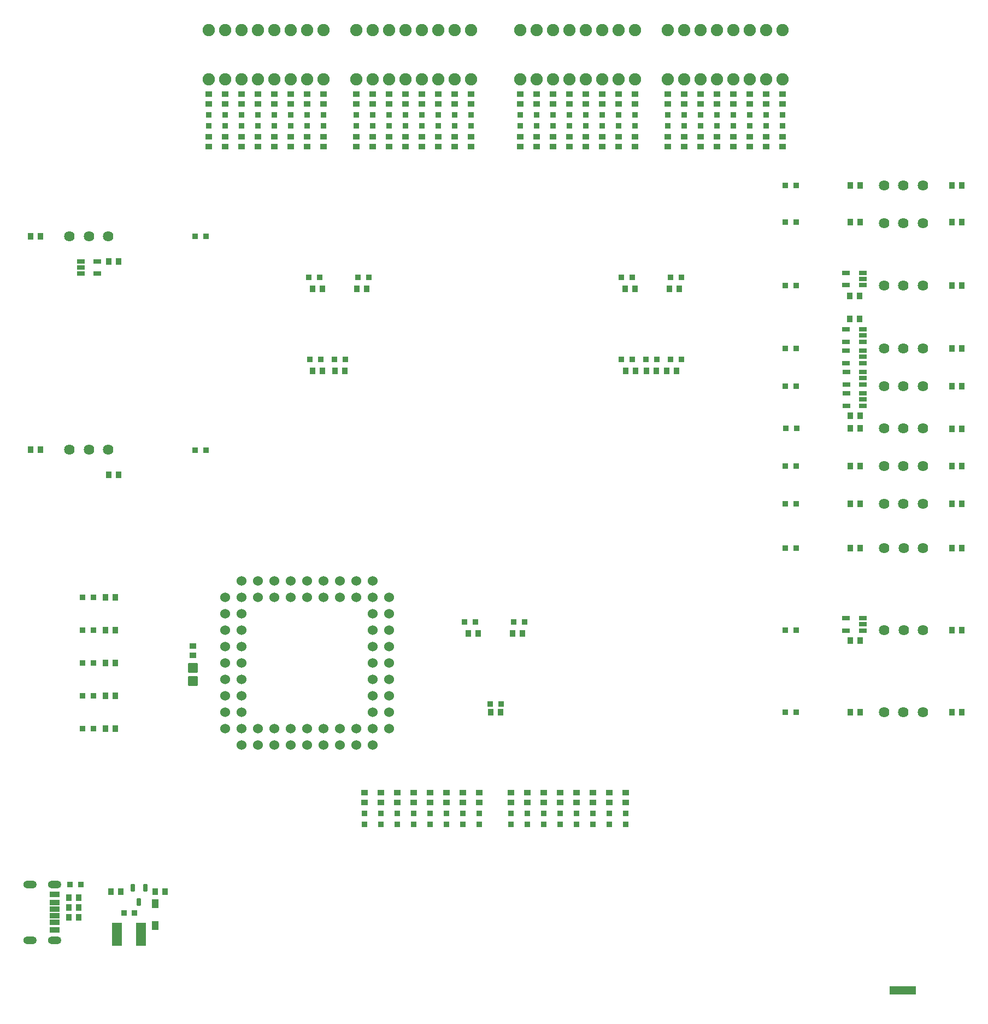
<source format=gts>
G04 Layer: TopSolderMaskLayer*
G04 EasyEDA v6.5.34, 2023-08-24 09:47:34*
G04 6bd15eb49b25482d8031a451c7c5e20c,5a6b42c53f6a479593ecc07194224c93,10*
G04 Gerber Generator version 0.2*
G04 Scale: 100 percent, Rotated: No, Reflected: No *
G04 Dimensions in millimeters *
G04 leading zeros omitted , absolute positions ,4 integer and 5 decimal *
%FSLAX45Y45*%
%MOMM*%

%AMMACRO1*1,1,$1,$2,$3*1,1,$1,$4,$5*1,1,$1,0-$2,0-$3*1,1,$1,0-$4,0-$5*20,1,$1,$2,$3,$4,$5,0*20,1,$1,$4,$5,0-$2,0-$3,0*20,1,$1,0-$2,0-$3,0-$4,0-$5,0*20,1,$1,0-$4,0-$5,$2,$3,0*4,1,4,$2,$3,$4,$5,0-$2,0-$3,0-$4,0-$5,$2,$3,0*%
%ADD10MACRO1,0.1016X-0.4032X-0.432X-0.4032X0.432*%
%ADD11MACRO1,0.1016X0.4032X-0.432X0.4032X0.432*%
%ADD12MACRO1,0.1016X0.475X0.6X0.475X-0.6*%
%ADD13MACRO1,0.1016X-0.45X-0.4X-0.45X0.4*%
%ADD14MACRO1,0.1016X-0.5X0.3X0.5X0.3*%
%ADD15MACRO1,0.1016X0.5X-0.3X-0.5X-0.3*%
%ADD16MACRO1,0.1016X-0.4X-0.4X-0.4X0.4*%
%ADD17MACRO1,0.1016X0.7X0.4X0.7X-0.4*%
%ADD18O,2.1015960000000002X1.2015978000000003*%
%ADD19MACRO1,0.1016X0.266X0.5188X-0.266X0.5188*%
%ADD20MACRO1,0.1016X-0.7033X-1.7496X-0.7033X1.7496*%
%ADD21MACRO1,0.1016X0.7033X-1.7496X0.7033X1.7496*%
%ADD22MACRO1,0.1016X0.4032X0.432X0.4032X-0.432*%
%ADD23MACRO1,0.1016X-0.4032X0.432X-0.4032X-0.432*%
%ADD24MACRO1,0.1016X0.4X0.4X0.4X-0.4*%
%ADD25MACRO1,0.1016X0.675X-0.705X-0.675X-0.705*%
%ADD26MACRO1,0.1016X0.675X0.705X-0.675X0.705*%
%ADD27MACRO1,0.1016X-0.432X0.4032X0.432X0.4032*%
%ADD28MACRO1,0.1016X-0.432X-0.4032X0.432X-0.4032*%
%ADD29MACRO1,0.1016X0.4X-0.4X-0.4X-0.4*%
%ADD30MACRO1,0.1016X0.432X-0.4032X-0.432X-0.4032*%
%ADD31MACRO1,0.1016X0.432X0.4032X-0.432X0.4032*%
%ADD32C,1.9016*%
%ADD33C,1.5240*%
%ADD34C,1.6256*%
%ADD35C,0.0179*%

%LPD*%
D10*
G01*
X13067424Y-6972300D03*
D11*
G01*
X12916775Y-6972300D03*
D10*
G01*
X13067424Y-4432300D03*
D11*
G01*
X12916775Y-4432300D03*
D10*
G01*
X13067424Y1181099D03*
D11*
G01*
X12916775Y1181099D03*
D10*
G01*
X13067424Y609599D03*
D11*
G01*
X12916775Y609599D03*
D12*
G01*
X571499Y-10279202D03*
G01*
X571499Y-9939197D03*
D13*
G01*
X1155699Y-5949800D03*
G01*
X1155699Y-6089799D03*
D14*
G01*
X11274590Y-1237996D03*
G01*
X11274590Y-1048003D03*
G01*
X11534609Y-1048003D03*
G01*
X11534609Y-1143000D03*
G01*
X11534609Y-1237996D03*
G01*
X11274590Y-1568196D03*
G01*
X11274590Y-1378203D03*
G01*
X11534609Y-1378203D03*
G01*
X11534609Y-1473200D03*
G01*
X11534609Y-1568196D03*
D15*
G01*
X-326326Y6096D03*
G01*
X-326326Y-183896D03*
G01*
X-586346Y-183896D03*
G01*
X-586346Y-88900D03*
G01*
X-586346Y6096D03*
D10*
G01*
X8686788Y-419100D03*
D11*
G01*
X8536138Y-419100D03*
D10*
G01*
X3848088Y-419100D03*
D11*
G01*
X3697438Y-419100D03*
D10*
G01*
X3162288Y-1689100D03*
D11*
G01*
X3011638Y-1689100D03*
D14*
G01*
X11274590Y-5708396D03*
G01*
X11274590Y-5518404D03*
G01*
X11534609Y-5518404D03*
G01*
X11534609Y-5613400D03*
G01*
X11534609Y-5708396D03*
D10*
G01*
X5575301Y-5753097D03*
D11*
G01*
X5424651Y-5753097D03*
D10*
G01*
X6261101Y-5753097D03*
D11*
G01*
X6110451Y-5753097D03*
D14*
G01*
X11275453Y-1898396D03*
G01*
X11275453Y-1708403D03*
G01*
X11535473Y-1708403D03*
G01*
X11535473Y-1803400D03*
G01*
X11535473Y-1898396D03*
G01*
X11274590Y-361696D03*
G01*
X11274590Y-171703D03*
G01*
X11534609Y-171703D03*
G01*
X11534609Y-266700D03*
G01*
X11534609Y-361696D03*
D10*
G01*
X8648688Y-1689100D03*
D11*
G01*
X8498038Y-1689100D03*
D10*
G01*
X3162288Y-419100D03*
D11*
G01*
X3011638Y-419100D03*
D10*
G01*
X8013688Y-1689100D03*
D11*
G01*
X7863038Y-1689100D03*
D10*
G01*
X3505188Y-1689100D03*
D11*
G01*
X3354538Y-1689100D03*
D14*
G01*
X11275453Y-2228596D03*
G01*
X11275453Y-2038603D03*
G01*
X11535473Y-2038603D03*
G01*
X11535473Y-2133600D03*
G01*
X11535473Y-2228596D03*
D10*
G01*
X8331188Y-1689100D03*
D11*
G01*
X8180538Y-1689100D03*
D10*
G01*
X8000988Y-419100D03*
D11*
G01*
X7850338Y-419100D03*
D16*
G01*
X-582307Y-9639297D03*
G01*
X-752487Y-9639297D03*
D10*
G01*
X-617472Y-9842497D03*
D11*
G01*
X-768122Y-9842497D03*
D10*
G01*
X5918188Y-6972300D03*
D11*
G01*
X5767538Y-6972300D03*
D17*
G01*
X-985713Y-10021082D03*
G01*
X-985713Y-10121082D03*
G01*
X-985560Y-10223088D03*
G01*
X-985306Y-9919101D03*
G01*
X-985484Y-10346100D03*
G01*
X-985484Y-9796089D03*
D18*
G01*
X-985481Y-10503105D03*
G01*
X-985481Y-9639099D03*
G01*
X-1365491Y-9639099D03*
G01*
X-1365491Y-10503105D03*
D19*
G01*
X413376Y-9694264D03*
G01*
X223376Y-9694264D03*
G01*
X318376Y-9914515D03*
D20*
G01*
X351307Y-10413989D03*
D21*
G01*
X-19359Y-10413989D03*
D22*
G01*
X-112551Y-9753589D03*
D23*
G01*
X38098Y-9753589D03*
D24*
G01*
X86032Y-10084142D03*
G01*
X245932Y-10083441D03*
D22*
G01*
X573248Y-9753589D03*
D23*
G01*
X723898Y-9753589D03*
D22*
G01*
X-768125Y-9994894D03*
D23*
G01*
X-617475Y-9994894D03*
D22*
G01*
X-768125Y-10147294D03*
D23*
G01*
X-617475Y-10147294D03*
D25*
G01*
X1156550Y-6288100D03*
D26*
G01*
X1156550Y-6488104D03*
D16*
G01*
X-383959Y-5194302D03*
G01*
X-554139Y-5194302D03*
D22*
G01*
X-201474Y-5194302D03*
D23*
G01*
X-50824Y-5194302D03*
D22*
G01*
X-201474Y-5702302D03*
D23*
G01*
X-50824Y-5702302D03*
D16*
G01*
X-383959Y-5702302D03*
G01*
X-554139Y-5702302D03*
D22*
G01*
X-201474Y-6210302D03*
D23*
G01*
X-50824Y-6210302D03*
D16*
G01*
X-383959Y-6210302D03*
G01*
X-554139Y-6210302D03*
D22*
G01*
X-201474Y-7226302D03*
D23*
G01*
X-50824Y-7226302D03*
D16*
G01*
X-383959Y-7226302D03*
G01*
X-554139Y-7226302D03*
D22*
G01*
X-201474Y-6718302D03*
D23*
G01*
X-50824Y-6718302D03*
D16*
G01*
X-383959Y-6718302D03*
G01*
X-554139Y-6718302D03*
G01*
X10499089Y-4432300D03*
G01*
X10328909Y-4432300D03*
D22*
G01*
X11341975Y-4432300D03*
D23*
G01*
X11492624Y-4432300D03*
D16*
G01*
X10499089Y-3746500D03*
G01*
X10328909Y-3746500D03*
D10*
G01*
X13067424Y-3746500D03*
D11*
G01*
X12916775Y-3746500D03*
D22*
G01*
X11341975Y-3746500D03*
D23*
G01*
X11492624Y-3746500D03*
D16*
G01*
X10499089Y-3162300D03*
G01*
X10328909Y-3162300D03*
D10*
G01*
X13067424Y-3162300D03*
D11*
G01*
X12916775Y-3162300D03*
D22*
G01*
X11341975Y-3162300D03*
D23*
G01*
X11492624Y-3162300D03*
D16*
G01*
X10511789Y-2578100D03*
G01*
X10341609Y-2578100D03*
D10*
G01*
X13067424Y-2590800D03*
D11*
G01*
X12916775Y-2590800D03*
D22*
G01*
X11341975Y-2578100D03*
D23*
G01*
X11492624Y-2578100D03*
D16*
G01*
X10499089Y-1930400D03*
G01*
X10328909Y-1930400D03*
D10*
G01*
X13067424Y-1930400D03*
D11*
G01*
X12916775Y-1930400D03*
D22*
G01*
X11341975Y-2387600D03*
D23*
G01*
X11492624Y-2387600D03*
D16*
G01*
X10499089Y-1346200D03*
G01*
X10328909Y-1346200D03*
D10*
G01*
X13067424Y-1346200D03*
D11*
G01*
X12916775Y-1346200D03*
D22*
G01*
X11329275Y-889000D03*
D23*
G01*
X11479924Y-889000D03*
D16*
G01*
X10499089Y-368300D03*
G01*
X10328909Y-368300D03*
D10*
G01*
X13067424Y-368300D03*
D11*
G01*
X12916775Y-368300D03*
D22*
G01*
X11329275Y-533400D03*
D23*
G01*
X11479924Y-533400D03*
D16*
G01*
X10499089Y609599D03*
G01*
X10328909Y609599D03*
D22*
G01*
X11341975Y609599D03*
D23*
G01*
X11492624Y609599D03*
D16*
G01*
X10499089Y1181099D03*
G01*
X10328909Y1181099D03*
D22*
G01*
X11341975Y1181099D03*
D23*
G01*
X11492624Y1181099D03*
D24*
G01*
X1185773Y393699D03*
G01*
X1355953Y393699D03*
D22*
G01*
X-1358024Y393699D03*
D23*
G01*
X-1207375Y393699D03*
D10*
G01*
X-11Y-5D03*
D11*
G01*
X-150661Y-5D03*
D24*
G01*
X1184909Y-2921000D03*
G01*
X1355089Y-2921000D03*
D22*
G01*
X-1358024Y-2908300D03*
D23*
G01*
X-1207375Y-2908300D03*
D10*
G01*
X-875Y-3302000D03*
D11*
G01*
X-151524Y-3302000D03*
D16*
G01*
X10499089Y-6972300D03*
G01*
X10328909Y-6972300D03*
D22*
G01*
X11341975Y-6972300D03*
D23*
G01*
X11492624Y-6972300D03*
D22*
G01*
X11341975Y-5867400D03*
D23*
G01*
X11492624Y-5867400D03*
D10*
G01*
X13067424Y-5702300D03*
D11*
G01*
X12916775Y-5702300D03*
D16*
G01*
X10499089Y-5702300D03*
G01*
X10328909Y-5702300D03*
D27*
G01*
X7862163Y-8368424D03*
D28*
G01*
X7862163Y-8217775D03*
D27*
G01*
X7608163Y-8368424D03*
D28*
G01*
X7608163Y-8217775D03*
D27*
G01*
X7354163Y-8368424D03*
D28*
G01*
X7354163Y-8217775D03*
D27*
G01*
X7100163Y-8368424D03*
D28*
G01*
X7100163Y-8217775D03*
D27*
G01*
X6846163Y-8368424D03*
D28*
G01*
X6846163Y-8217775D03*
D27*
G01*
X6592163Y-8368424D03*
D28*
G01*
X6592163Y-8217775D03*
D27*
G01*
X6338163Y-8368424D03*
D28*
G01*
X6338163Y-8217775D03*
D27*
G01*
X6084163Y-8368424D03*
D28*
G01*
X6084163Y-8217775D03*
D27*
G01*
X5588863Y-8368424D03*
D28*
G01*
X5588863Y-8217775D03*
D27*
G01*
X5334863Y-8368424D03*
D28*
G01*
X5334863Y-8217775D03*
D27*
G01*
X5080863Y-8368424D03*
D28*
G01*
X5080863Y-8217775D03*
D27*
G01*
X4826863Y-8368424D03*
D28*
G01*
X4826863Y-8217775D03*
D27*
G01*
X4572863Y-8368424D03*
D28*
G01*
X4572863Y-8217775D03*
D27*
G01*
X4318863Y-8368424D03*
D28*
G01*
X4318863Y-8217775D03*
D27*
G01*
X4064863Y-8368424D03*
D28*
G01*
X4064863Y-8217775D03*
D27*
G01*
X3810863Y-8368424D03*
D28*
G01*
X3810863Y-8217775D03*
D29*
G01*
X6084163Y-8538210D03*
G01*
X6084163Y-8708390D03*
G01*
X6338163Y-8538210D03*
G01*
X6338163Y-8708390D03*
G01*
X6846163Y-8538210D03*
G01*
X6846163Y-8708390D03*
G01*
X6592163Y-8538210D03*
G01*
X6592163Y-8708390D03*
G01*
X7608163Y-8538210D03*
G01*
X7608163Y-8708390D03*
G01*
X7862163Y-8538210D03*
G01*
X7862163Y-8708390D03*
G01*
X7354163Y-8538210D03*
G01*
X7354163Y-8708390D03*
G01*
X7100163Y-8538210D03*
G01*
X7100163Y-8708390D03*
G01*
X4826863Y-8538210D03*
G01*
X4826863Y-8708390D03*
G01*
X5080863Y-8538210D03*
G01*
X5080863Y-8708390D03*
G01*
X5588863Y-8538210D03*
G01*
X5588863Y-8708390D03*
G01*
X5334863Y-8538210D03*
G01*
X5334863Y-8708390D03*
G01*
X4318863Y-8538210D03*
G01*
X4318863Y-8708390D03*
G01*
X4572863Y-8538210D03*
G01*
X4572863Y-8708390D03*
G01*
X4064863Y-8538210D03*
G01*
X4064863Y-8708390D03*
G01*
X3810863Y-8538210D03*
G01*
X3810863Y-8708390D03*
D30*
G01*
X10287033Y1928765D03*
D31*
G01*
X10287033Y1778115D03*
D30*
G01*
X10033033Y1928765D03*
D31*
G01*
X10033033Y1778115D03*
D30*
G01*
X9779033Y1928765D03*
D31*
G01*
X9779033Y1778115D03*
D30*
G01*
X9525033Y1928765D03*
D31*
G01*
X9525033Y1778115D03*
D30*
G01*
X9271033Y1928765D03*
D31*
G01*
X9271033Y1778115D03*
D30*
G01*
X9017033Y1928765D03*
D31*
G01*
X9017033Y1778115D03*
D30*
G01*
X8763033Y1928765D03*
D31*
G01*
X8763033Y1778115D03*
D30*
G01*
X8509033Y1928765D03*
D31*
G01*
X8509033Y1778115D03*
D30*
G01*
X8001863Y1929524D03*
D31*
G01*
X8001863Y1778875D03*
D30*
G01*
X7747863Y1929524D03*
D31*
G01*
X7747863Y1778875D03*
D30*
G01*
X7493863Y1929524D03*
D31*
G01*
X7493863Y1778875D03*
D30*
G01*
X7239863Y1929524D03*
D31*
G01*
X7239863Y1778875D03*
D30*
G01*
X6985863Y1929524D03*
D31*
G01*
X6985863Y1778875D03*
D30*
G01*
X6731863Y1929524D03*
D31*
G01*
X6731863Y1778875D03*
D30*
G01*
X6477863Y1929524D03*
D31*
G01*
X6477863Y1778875D03*
D30*
G01*
X6223863Y1929524D03*
D31*
G01*
X6223863Y1778875D03*
D27*
G01*
X10287033Y2438515D03*
D28*
G01*
X10287033Y2589165D03*
D27*
G01*
X10033033Y2438515D03*
D28*
G01*
X10033033Y2589165D03*
D27*
G01*
X9779033Y2438515D03*
D28*
G01*
X9779033Y2589165D03*
D27*
G01*
X9525033Y2438515D03*
D28*
G01*
X9525033Y2589165D03*
D27*
G01*
X9271033Y2438515D03*
D28*
G01*
X9271033Y2589165D03*
D27*
G01*
X9017033Y2438515D03*
D28*
G01*
X9017033Y2589165D03*
D27*
G01*
X8763033Y2438515D03*
D28*
G01*
X8763033Y2589165D03*
D27*
G01*
X8509033Y2438515D03*
D28*
G01*
X8509033Y2589165D03*
D27*
G01*
X8001863Y2439275D03*
D28*
G01*
X8001863Y2589924D03*
D27*
G01*
X7747863Y2439275D03*
D28*
G01*
X7747863Y2589924D03*
D27*
G01*
X7493863Y2439275D03*
D28*
G01*
X7493863Y2589924D03*
D27*
G01*
X7239863Y2439275D03*
D28*
G01*
X7239863Y2589924D03*
D27*
G01*
X6985863Y2439275D03*
D28*
G01*
X6985863Y2589924D03*
D27*
G01*
X6731863Y2439275D03*
D28*
G01*
X6731863Y2589924D03*
D27*
G01*
X6477863Y2439275D03*
D28*
G01*
X6477863Y2589924D03*
D27*
G01*
X6223863Y2439275D03*
D28*
G01*
X6223863Y2589924D03*
D29*
G01*
X8509033Y2268730D03*
G01*
X8509033Y2098550D03*
G01*
X8763033Y2268730D03*
G01*
X8763033Y2098550D03*
G01*
X9271033Y2268730D03*
G01*
X9271033Y2098550D03*
G01*
X9017033Y2268730D03*
G01*
X9017033Y2098550D03*
G01*
X10033033Y2268730D03*
G01*
X10033033Y2098550D03*
G01*
X10287033Y2268730D03*
G01*
X10287033Y2098550D03*
G01*
X9779033Y2268730D03*
G01*
X9779033Y2098550D03*
G01*
X9525033Y2268730D03*
G01*
X9525033Y2098550D03*
G01*
X7239863Y2269489D03*
G01*
X7239863Y2099309D03*
G01*
X7493863Y2269489D03*
G01*
X7493863Y2099309D03*
G01*
X8001863Y2269489D03*
G01*
X8001863Y2099309D03*
G01*
X7747863Y2269489D03*
G01*
X7747863Y2099309D03*
G01*
X6731863Y2269489D03*
G01*
X6731863Y2099309D03*
G01*
X6985863Y2269489D03*
G01*
X6985863Y2099309D03*
G01*
X6477863Y2269489D03*
G01*
X6477863Y2099309D03*
G01*
X6223863Y2269489D03*
G01*
X6223863Y2099309D03*
D32*
G01*
X3175850Y2819397D03*
G01*
X2921850Y2819397D03*
G01*
X2667850Y2819397D03*
G01*
X2413850Y2819397D03*
G01*
X2159850Y2819397D03*
G01*
X1905850Y2819397D03*
G01*
X1651850Y2819397D03*
G01*
X1397850Y2819397D03*
G01*
X3175850Y3581397D03*
G01*
X2921850Y3581397D03*
G01*
X2667850Y3581397D03*
G01*
X2413850Y3581397D03*
G01*
X2159850Y3581397D03*
G01*
X1905850Y3581397D03*
G01*
X1651850Y3581397D03*
G01*
X1397850Y3581397D03*
G01*
X5461850Y2819397D03*
G01*
X5207850Y2819397D03*
G01*
X4953850Y2819397D03*
G01*
X4699850Y2819397D03*
G01*
X4445850Y2819397D03*
G01*
X4191850Y2819397D03*
G01*
X3937850Y2819397D03*
G01*
X3683850Y2819397D03*
G01*
X5461850Y3581397D03*
G01*
X5207850Y3581397D03*
G01*
X4953850Y3581397D03*
G01*
X4699850Y3581397D03*
G01*
X4445850Y3581397D03*
G01*
X4191850Y3581397D03*
G01*
X3937850Y3581397D03*
G01*
X3683850Y3581397D03*
G01*
X8001825Y2820159D03*
G01*
X7747825Y2820159D03*
G01*
X7493825Y2820159D03*
G01*
X7239825Y2820159D03*
G01*
X6985825Y2820159D03*
G01*
X6731825Y2820159D03*
G01*
X6477825Y2820159D03*
G01*
X6223825Y2820159D03*
G01*
X8001825Y3582159D03*
G01*
X7747825Y3582159D03*
G01*
X7493825Y3582159D03*
G01*
X7239825Y3582159D03*
G01*
X6985825Y3582159D03*
G01*
X6731825Y3582159D03*
G01*
X6477825Y3582159D03*
G01*
X6223825Y3582159D03*
G01*
X10286987Y2819397D03*
G01*
X10032987Y2819397D03*
G01*
X9778987Y2819397D03*
G01*
X9524987Y2819397D03*
G01*
X9270987Y2819397D03*
G01*
X9016987Y2819397D03*
G01*
X8762987Y2819397D03*
G01*
X8508987Y2819397D03*
G01*
X10286987Y3581397D03*
G01*
X10032987Y3581397D03*
G01*
X9778987Y3581397D03*
G01*
X9524987Y3581397D03*
G01*
X9270987Y3581397D03*
G01*
X9016987Y3581397D03*
G01*
X8762987Y3581397D03*
G01*
X8508987Y3581397D03*
D33*
G01*
X1905876Y-7480302D03*
G01*
X2159876Y-7480302D03*
G01*
X2413876Y-7480302D03*
G01*
X2667876Y-7480302D03*
G01*
X2921876Y-7480302D03*
G01*
X3175876Y-7480302D03*
G01*
X3429876Y-7480302D03*
G01*
X3683876Y-7480302D03*
G01*
X3937876Y-7480302D03*
G01*
X1651876Y-7226302D03*
G01*
X1651876Y-6972302D03*
G01*
X1651876Y-6718302D03*
G01*
X1651876Y-6464302D03*
G01*
X1651876Y-6210302D03*
G01*
X1651876Y-5956302D03*
G01*
X1651876Y-5702302D03*
G01*
X1651876Y-5448302D03*
G01*
X1651876Y-5194302D03*
G01*
X1905876Y-4940302D03*
G01*
X2159876Y-4940302D03*
G01*
X2413876Y-4940302D03*
G01*
X2667876Y-4940302D03*
G01*
X2921876Y-4940302D03*
G01*
X3175876Y-4940302D03*
G01*
X3429876Y-4940302D03*
G01*
X3683876Y-4940302D03*
G01*
X3937876Y-4940302D03*
G01*
X4191876Y-5194302D03*
G01*
X4191876Y-5448302D03*
G01*
X4191876Y-5702302D03*
G01*
X4191876Y-5956302D03*
G01*
X4191876Y-6210302D03*
G01*
X4191876Y-6464302D03*
G01*
X4191876Y-6718302D03*
G01*
X4191876Y-6972302D03*
G01*
X4191876Y-7226302D03*
G01*
X1905876Y-5194302D03*
G01*
X2159876Y-5194302D03*
G01*
X2413876Y-5194302D03*
G01*
X2667876Y-5194302D03*
G01*
X2921876Y-5194302D03*
G01*
X3175876Y-5194302D03*
G01*
X3429876Y-5194302D03*
G01*
X3683876Y-5194302D03*
G01*
X3937876Y-5194302D03*
G01*
X1905876Y-5448302D03*
G01*
X1905876Y-5702302D03*
G01*
X1905876Y-5956302D03*
G01*
X1905876Y-6210302D03*
G01*
X1905876Y-6464302D03*
G01*
X1905876Y-6718302D03*
G01*
X1905876Y-6972302D03*
G01*
X1905876Y-7226302D03*
G01*
X2159876Y-7226302D03*
G01*
X2413876Y-7226302D03*
G01*
X2667876Y-7226302D03*
G01*
X2921876Y-7226302D03*
G01*
X3175876Y-7226302D03*
G01*
X3429876Y-7226302D03*
G01*
X3683876Y-7226302D03*
G01*
X3937876Y-7226302D03*
G01*
X3937876Y-6972302D03*
G01*
X3937876Y-6718302D03*
G01*
X3937876Y-6464302D03*
G01*
X3937876Y-6210302D03*
G01*
X3937876Y-5956302D03*
G01*
X3937876Y-5702302D03*
G01*
X3937876Y-5448302D03*
D16*
G01*
X3121253Y-241300D03*
G01*
X2951073Y-241300D03*
G01*
X3883253Y-241300D03*
G01*
X3713073Y-241300D03*
G01*
X7959940Y-241302D03*
G01*
X7789760Y-241302D03*
G01*
X8721940Y-241302D03*
G01*
X8551760Y-241302D03*
G01*
X3133940Y-1511302D03*
G01*
X2963760Y-1511302D03*
G01*
X3514940Y-1511302D03*
G01*
X3344760Y-1511302D03*
G01*
X7959940Y-1511302D03*
G01*
X7789760Y-1511302D03*
G01*
X8340940Y-1511302D03*
G01*
X8170760Y-1511302D03*
G01*
X8721940Y-1511302D03*
G01*
X8551760Y-1511302D03*
G01*
X5534253Y-5575300D03*
G01*
X5364073Y-5575300D03*
G01*
X6296253Y-5575300D03*
G01*
X6126073Y-5575300D03*
G01*
X5927940Y-6845302D03*
G01*
X5757760Y-6845302D03*
D29*
G01*
X1397863Y2269489D03*
G01*
X1397863Y2099309D03*
G01*
X1651863Y2269489D03*
G01*
X1651863Y2099309D03*
G01*
X2159863Y2269489D03*
G01*
X2159863Y2099309D03*
G01*
X1905863Y2269489D03*
G01*
X1905863Y2099309D03*
G01*
X2921863Y2269489D03*
G01*
X2921863Y2099309D03*
G01*
X3175863Y2269489D03*
G01*
X3175863Y2099309D03*
G01*
X2667863Y2269489D03*
G01*
X2667863Y2099309D03*
G01*
X2413863Y2269489D03*
G01*
X2413863Y2099309D03*
G01*
X4699863Y2269489D03*
G01*
X4699863Y2099309D03*
G01*
X4953863Y2269489D03*
G01*
X4953863Y2099309D03*
G01*
X5461863Y2269489D03*
G01*
X5461863Y2099309D03*
G01*
X5207863Y2269489D03*
G01*
X5207863Y2099309D03*
G01*
X4191863Y2269489D03*
G01*
X4191863Y2099309D03*
G01*
X4445863Y2269489D03*
G01*
X4445863Y2099309D03*
G01*
X3937863Y2269489D03*
G01*
X3937863Y2099309D03*
G01*
X3683863Y2269489D03*
G01*
X3683863Y2099309D03*
D27*
G01*
X1397863Y2439275D03*
D28*
G01*
X1397863Y2589924D03*
D27*
G01*
X1651863Y2439275D03*
D28*
G01*
X1651863Y2589924D03*
D27*
G01*
X1905863Y2439275D03*
D28*
G01*
X1905863Y2589924D03*
D27*
G01*
X2159863Y2439275D03*
D28*
G01*
X2159863Y2589924D03*
D27*
G01*
X2413863Y2439275D03*
D28*
G01*
X2413863Y2589924D03*
D27*
G01*
X2667863Y2439275D03*
D28*
G01*
X2667863Y2589924D03*
D27*
G01*
X2921863Y2439275D03*
D28*
G01*
X2921863Y2589924D03*
D27*
G01*
X3175863Y2439275D03*
D28*
G01*
X3175863Y2589924D03*
D27*
G01*
X3683863Y2439275D03*
D28*
G01*
X3683863Y2589924D03*
D27*
G01*
X3937863Y2439275D03*
D28*
G01*
X3937863Y2589924D03*
D27*
G01*
X4191863Y2439275D03*
D28*
G01*
X4191863Y2589924D03*
D27*
G01*
X4445863Y2439275D03*
D28*
G01*
X4445863Y2589924D03*
D27*
G01*
X4699863Y2439275D03*
D28*
G01*
X4699863Y2589924D03*
D27*
G01*
X4953863Y2439275D03*
D28*
G01*
X4953863Y2589924D03*
D27*
G01*
X5207863Y2439275D03*
D28*
G01*
X5207863Y2589924D03*
D27*
G01*
X5461863Y2439275D03*
D28*
G01*
X5461863Y2589924D03*
D30*
G01*
X1397863Y1929524D03*
D31*
G01*
X1397863Y1778875D03*
D30*
G01*
X1651863Y1929524D03*
D31*
G01*
X1651863Y1778875D03*
D30*
G01*
X1905863Y1929524D03*
D31*
G01*
X1905863Y1778875D03*
D30*
G01*
X2159863Y1929524D03*
D31*
G01*
X2159863Y1778875D03*
D30*
G01*
X2413863Y1929524D03*
D31*
G01*
X2413863Y1778875D03*
D30*
G01*
X2667863Y1929524D03*
D31*
G01*
X2667863Y1778875D03*
D30*
G01*
X2921863Y1929524D03*
D31*
G01*
X2921863Y1778875D03*
D30*
G01*
X3175863Y1929524D03*
D31*
G01*
X3175863Y1778875D03*
D30*
G01*
X3683863Y1929524D03*
D31*
G01*
X3683863Y1778875D03*
D30*
G01*
X3937863Y1929524D03*
D31*
G01*
X3937863Y1778875D03*
D30*
G01*
X4191863Y1929524D03*
D31*
G01*
X4191863Y1778875D03*
D30*
G01*
X4445863Y1929524D03*
D31*
G01*
X4445863Y1778875D03*
D30*
G01*
X4699863Y1929524D03*
D31*
G01*
X4699863Y1778875D03*
D30*
G01*
X4953863Y1929524D03*
D31*
G01*
X4953863Y1778875D03*
D30*
G01*
X5207863Y1929524D03*
D31*
G01*
X5207863Y1778875D03*
D30*
G01*
X5461863Y1929524D03*
D31*
G01*
X5461863Y1778875D03*
D34*
G01*
X11862650Y-1346202D03*
G01*
X12462649Y-1346202D03*
G01*
X12162650Y-1346202D03*
G01*
X12162650Y-1930402D03*
G01*
X12462649Y-1930402D03*
G01*
X11862650Y-1930402D03*
G01*
X12162650Y-368302D03*
G01*
X12462649Y-368302D03*
G01*
X11862650Y-368302D03*
G01*
X11862650Y596897D03*
G01*
X12462649Y596897D03*
G01*
X12162650Y596897D03*
G01*
X12162650Y1181097D03*
G01*
X12462649Y1181097D03*
G01*
X11862650Y1181097D03*
G01*
X11862650Y-3162302D03*
G01*
X12462649Y-3162302D03*
G01*
X12162650Y-3162302D03*
G01*
X12162650Y-2578102D03*
G01*
X12462649Y-2578102D03*
G01*
X11862650Y-2578102D03*
G01*
X12162650Y-3746502D03*
G01*
X12462649Y-3746502D03*
G01*
X11862650Y-3746502D03*
G01*
X-756348Y393697D03*
G01*
X-156349Y393697D03*
G01*
X-456349Y393697D03*
G01*
X11867451Y-4432302D03*
G01*
X12467450Y-4432302D03*
G01*
X12167450Y-4432302D03*
G01*
X-456349Y-2908302D03*
G01*
X-156349Y-2908302D03*
G01*
X-756348Y-2908302D03*
G01*
X12167450Y-5702302D03*
G01*
X12467450Y-5702302D03*
G01*
X11867451Y-5702302D03*
G01*
X11862650Y-6972302D03*
G01*
X12462649Y-6972302D03*
G01*
X12162650Y-6972302D03*
G36*
X11951576Y-11214102D02*
G01*
X12357976Y-11214102D01*
X12357976Y-11341102D01*
X11951576Y-11341102D01*
G37*
M02*

</source>
